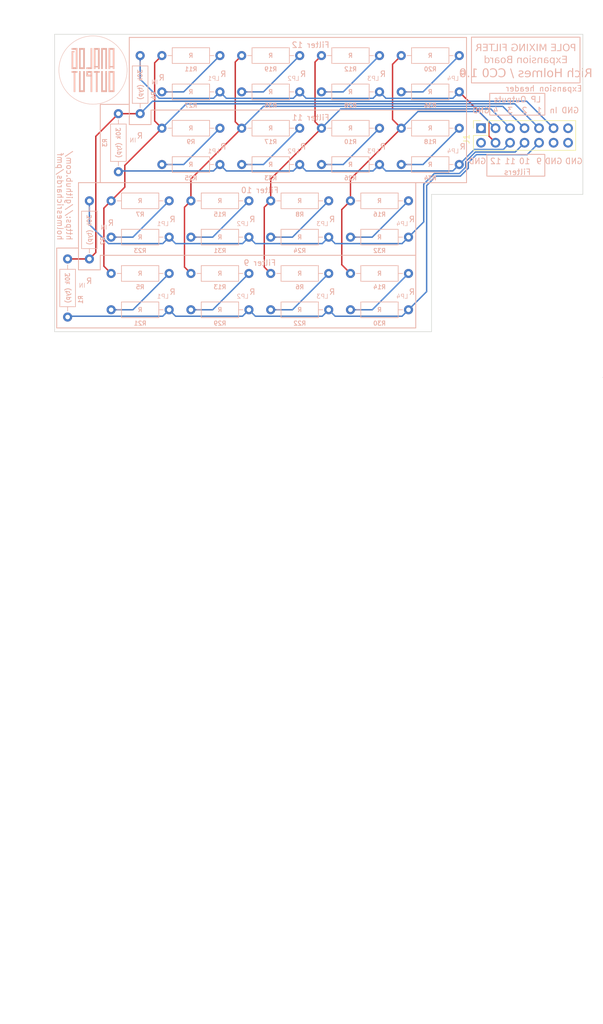
<source format=kicad_pcb>
(kicad_pcb (version 20221018) (generator pcbnew)
  (layers (0 "F.Cu" signal) (31 "B.Cu" signal) (34 "B.Paste" user) (35 "F.Paste" user) (36 "B.SilkS" user "B.Silkscreen") (37 "F.SilkS" user "F.Silkscreen") (38 "B.Mask" user) (39 "F.Mask" user) (44 "Edge.Cuts" user))
  (net 0 "")
  (net 1 "GND")
  (net 2 "LP1")
  (net 3 "LP2")
  (net 4 "LP3")
  (net 5 "LP4")
  (net 6 "INPUT")
  (net 7 "Net-(R21-Pad1)")
  (net 8 "Net-(R22-Pad1)")
  (net 9 "Net-(R23-Pad1)")
  (net 10 "Net-(R24-Pad1)")
  (net 11 "LINK1")
  (net 12 "LINK2")
  (net 13 "LINK3")
  (net 14 "LINK4")
  (net 15 "Net-(R25-Pad1)")
  (net 16 "Net-(R10-Pad2)")
  (net 17 "Net-(R11-Pad2)")
  (net 18 "Net-(R12-Pad2)")
  (net 19 "Net-(R13-Pad2)")
  (net 20 "Net-(R14-Pad2)")
  (net 21 "Net-(R15-Pad2)")
  (net 22 "Net-(R16-Pad2)")
  (net 23 "Net-(R17-Pad2)")
  (net 24 "Net-(R18-Pad2)")
  (net 25 "Net-(R19-Pad2)")
  (net 26 "Net-(R20-Pad2)")
  (footprint "Connector_PinSocket_2.54mm:PinSocket_2x07_P2.54mm_Vertical" (layer "F.Cu") (at 126.67 31.42 90)
    (fp_text reference "J1" (at -1.905 -2.54 90) (layer "F.SilkS"))
    (fp_text value "Conn_02x07_Odd_Even")
    (pad "1" thru_hole rect (at 0 0 90) (size 1.7 1.7) (drill 1) (layers "*.Cu" "*.Mask") (net 1 "GND"))
    (pad "2" thru_hole oval (at -2.54 0 90) (size 1.7 1.7) (drill 1) (layers "*.Cu" "*.Mask") (net 1 "GND"))
    (pad "3" thru_hole oval (at 0 2.54 90) (size 1.7 1.7) (drill 1) (layers "*.Cu" "*.Mask") (net 5 "LP4"))
    (pad "4" thru_hole oval (at -2.54 2.54 90) (size 1.7 1.7) (drill 1) (layers "*.Cu" "*.Mask") (net 14 "LINK4"))
    (pad "5" thru_hole oval (at 0 5.08 90) (size 1.7 1.7) (drill 1) (layers "*.Cu" "*.Mask") (net 4 "LP3"))
    (pad "6" thru_hole oval (at -2.54 5.08 90) (size 1.7 1.7) (drill 1) (layers "*.Cu" "*.Mask") (net 13 "LINK3"))
    (pad "7" thru_hole oval (at 0 7.62 90) (size 1.7 1.7) (drill 1) (layers "*.Cu" "*.Mask") (net 3 "LP2"))
    (pad "8" thru_hole oval (at -2.54 7.62 90) (size 1.7 1.7) (drill 1) (layers "*.Cu" "*.Mask") (net 12 "LINK2"))
    (pad "9" thru_hole oval (at 0 10.16 90) (size 1.7 1.7) (drill 1) (layers "*.Cu" "*.Mask") (net 2 "LP1"))
    (pad "10" thru_hole oval (at -2.54 10.16 90) (size 1.7 1.7) (drill 1) (layers "*.Cu" "*.Mask") (net 11 "LINK1"))
    (pad "11" thru_hole oval (at 0 12.7 90) (size 1.7 1.7) (drill 1) (layers "*.Cu" "*.Mask") (net 6 "INPUT"))
    (pad "12" thru_hole oval (at -2.54 12.7 90) (size 1.7 1.7) (drill 1) (layers "*.Cu" "*.Mask") (net 1 "GND"))
    (pad "13" thru_hole oval (at 0 15.24 90) (size 1.7 1.7) (drill 1) (layers "*.Cu" "*.Mask") (net 1 "GND"))
    (pad "14" thru_hole oval (at -2.54 15.24 90) (size 1.7 1.7) (drill 1) (layers "*.Cu" "*.Mask") (net 1 "GND"))
  )
  (footprint "ao_tht:MountingHole_3.2mm_M3" (layer "F.Cu") (at 140 40)
    (fp_text reference "H2" hide)
    (fp_text value "MountingHole")
    (pad "" np_thru_hole circle (at 0 0) (size 3.2 3.2) (drill 3.2) (layers "*.Cu" "*.Mask"))
  )
  (footprint "ao_tht:MountingHole_3.2mm_M3" (layer "F.Cu") (at 55 31)
    (fp_text reference "H1" hide)
    (fp_text value "MountingHole")
    (pad "" np_thru_hole circle (at 0 0) (size 3.2 3.2) (drill 3.2) (layers "*.Cu" "*.Mask"))
  )
  (footprint "ao_tht:R_Axial_DIN0207_L6.3mm_D2.5mm_P10.16mm_Horizontal" (layer "B.Cu") (at 70.79 25.07)
    (fp_text reference "R27" (at 5.08 2.37) (layer "B.SilkS") (effects (font (size 0.75 0.75)) (justify mirror)))
    (fp_text value "R")
    (fp_text user "${VALUE}" (at 5.08 0) (layer "B.SilkS") (effects (font (size 0.75 0.75)) (justify mirror)))
    (pad "1" thru_hole circle (at 0 0) (size 1.6 1.6) (drill 0.8) (layers "*.Cu" "*.Mask") (net 17 "Net-(R11-Pad2)"))
    (pad "2" thru_hole oval (at 10.16 0) (size 1.6 1.6) (drill 0.8) (layers "*.Cu" "*.Mask") (net 14 "LINK4"))
  )
  (footprint "ao_tht:R_Axial_DIN0207_L6.3mm_D2.5mm_P10.16mm_Horizontal" (layer "B.Cu") (at 89.84 50.47)
    (fp_text reference "R24" (at 5.08 2.37 180) (layer "B.SilkS") (effects (font (size 0.75 0.75)) (justify mirror)))
    (fp_text value "R")
    (fp_text user "${VALUE}" (at 5.08 0 180) (layer "B.SilkS") (effects (font (size 0.75 0.75)) (justify mirror)))
    (pad "1" thru_hole circle (at 0 0) (size 1.6 1.6) (drill 0.8) (layers "*.Cu" "*.Mask") (net 10 "Net-(R24-Pad1)"))
    (pad "2" thru_hole oval (at 10.16 0) (size 1.6 1.6) (drill 0.8) (layers "*.Cu" "*.Mask") (net 12 "LINK2"))
  )
  (footprint "ao_tht:R_Axial_DIN0207_L6.3mm_D2.5mm_P10.16mm_Horizontal" (layer "B.Cu") (at 89.84 44.12)
    (fp_text reference "R8" (at 5.08 2.37 180) (layer "B.SilkS") (effects (font (size 0.75 0.75)) (justify mirror)))
    (fp_text value "R")
    (fp_text user "${VALUE}" (at 5.08 0 180) (layer "B.SilkS") (effects (font (size 0.75 0.75)) (justify mirror)))
    (pad "1" thru_hole circle (at 0 0) (size 1.6 1.6) (drill 0.8) (layers "*.Cu" "*.Mask") (net 4 "LP3"))
    (pad "2" thru_hole oval (at 10.16 0) (size 1.6 1.6) (drill 0.8) (layers "*.Cu" "*.Mask") (net 10 "Net-(R24-Pad1)"))
  )
  (footprint "ao_tht:R_Axial_DIN0207_L6.3mm_D2.5mm_P10.16mm_Horizontal" (layer "B.Cu") (at 75.87 50.47)
    (fp_text reference "R31" (at 5.08 2.37 180) (layer "B.SilkS") (effects (font (size 0.75 0.75)) (justify mirror)))
    (fp_text value "R")
    (fp_text user "${VALUE}" (at 5.08 0 180) (layer "B.SilkS") (effects (font (size 0.75 0.75)) (justify mirror)))
    (pad "1" thru_hole circle (at 0 0) (size 1.6 1.6) (drill 0.8) (layers "*.Cu" "*.Mask") (net 21 "Net-(R15-Pad2)"))
    (pad "2" thru_hole oval (at 10.16 0) (size 1.6 1.6) (drill 0.8) (layers "*.Cu" "*.Mask") (net 12 "LINK2"))
  )
  (footprint "ao_tht:R_Axial_DIN0207_L6.3mm_D2.5mm_P10.16mm_Horizontal" (layer "B.Cu") (at 75.87 56.82)
    (fp_text reference "R13" (at 5.08 2.37 180) (layer "B.SilkS") (effects (font (size 0.75 0.75)) (justify mirror)))
    (fp_text value "R")
    (fp_text user "${VALUE}" (at 5.08 0 180) (layer "B.SilkS") (effects (font (size 0.75 0.75)) (justify mirror)))
    (pad "1" thru_hole circle (at 0 0) (size 1.6 1.6) (drill 0.8) (layers "*.Cu" "*.Mask") (net 3 "LP2"))
    (pad "2" thru_hole oval (at 10.16 0) (size 1.6 1.6) (drill 0.8) (layers "*.Cu" "*.Mask") (net 19 "Net-(R13-Pad2)"))
  )
  (footprint "ao_tht:R_Axial_DIN0207_L6.3mm_D2.5mm_P10.16mm_Horizontal" (layer "B.Cu") (at 89.84 63.17)
    (fp_text reference "R22" (at 5.08 2.37 180) (layer "B.SilkS") (effects (font (size 0.75 0.75)) (justify mirror)))
    (fp_text value "R")
    (fp_text user "${VALUE}" (at 5.08 0 180) (layer "B.SilkS") (effects (font (size 0.75 0.75)) (justify mirror)))
    (pad "1" thru_hole circle (at 0 0) (size 1.6 1.6) (drill 0.8) (layers "*.Cu" "*.Mask") (net 8 "Net-(R22-Pad1)"))
    (pad "2" thru_hole oval (at 10.16 0) (size 1.6 1.6) (drill 0.8) (layers "*.Cu" "*.Mask") (net 11 "LINK1"))
  )
  (footprint "ao_tht:R_Axial_DIN0207_L6.3mm_D2.5mm_P10.16mm_Horizontal" (layer "B.Cu") (at 63.17 28.88 -90)
    (fp_text reference "R3" (at 5.08 2.37 90) (layer "B.SilkS") (effects (font (size 0.75 0.75)) (justify mirror)))
    (fp_text value "30k (typ)")
    (fp_text user "${VALUE}" (at 5.08 0 90) (layer "B.SilkS") (effects (font (size 0.75 0.75)) (justify mirror)))
    (pad "1" thru_hole circle (at 0 0 270) (size 1.6 1.6) (drill 0.8) (layers "*.Cu" "*.Mask") (net 6 "INPUT"))
    (pad "2" thru_hole oval (at 10.16 0 270) (size 1.6 1.6) (drill 0.8) (layers "*.Cu" "*.Mask") (net 13 "LINK3"))
  )
  (footprint "ao_tht:R_Axial_DIN0207_L6.3mm_D2.5mm_P10.16mm_Horizontal" (layer "B.Cu") (at 66.98 28.88 90)
    (fp_text reference "R4" (at 3.175 2.37 90) (layer "B.SilkS") (effects (font (size 0.75 0.75)) (justify mirror)))
    (fp_text value "30k (typ)")
    (fp_text user "${VALUE}" (at 5.08 0 90) (layer "B.SilkS") (effects (font (size 0.75 0.75)) (justify mirror)))
    (pad "1" thru_hole circle (at 0 0 90) (size 1.6 1.6) (drill 0.8) (layers "*.Cu" "*.Mask") (net 6 "INPUT"))
    (pad "2" thru_hole oval (at 10.16 0 90) (size 1.6 1.6) (drill 0.8) (layers "*.Cu" "*.Mask") (net 14 "LINK4"))
  )
  (footprint "ao_tht:R_Axial_DIN0207_L6.3mm_D2.5mm_P10.16mm_Horizontal" (layer "B.Cu") (at 112.7 18.72)
    (fp_text reference "R20" (at 5.08 2.37) (layer "B.SilkS") (effects (font (size 0.75 0.75)) (justify mirror)))
    (fp_text value "R")
    (fp_text user "${VALUE}" (at 5.08 0) (layer "B.SilkS") (effects (font (size 0.75 0.75)) (justify mirror)))
    (pad "1" thru_hole circle (at 0 0) (size 1.6 1.6) (drill 0.8) (layers "*.Cu" "*.Mask") (net 5 "LP4"))
    (pad "2" thru_hole oval (at 10.16 0) (size 1.6 1.6) (drill 0.8) (layers "*.Cu" "*.Mask") (net 26 "Net-(R20-Pad2)"))
  )
  (footprint "ao_tht:R_Axial_DIN0207_L6.3mm_D2.5mm_P10.16mm_Horizontal" (layer "B.Cu") (at 75.87 63.17)
    (fp_text reference "R29" (at 5.08 2.37 180) (layer "B.SilkS") (effects (font (size 0.75 0.75)) (justify mirror)))
    (fp_text value "R")
    (fp_text user "${VALUE}" (at 5.08 0 180) (layer "B.SilkS") (effects (font (size 0.75 0.75)) (justify mirror)))
    (pad "1" thru_hole circle (at 0 0) (size 1.6 1.6) (drill 0.8) (layers "*.Cu" "*.Mask") (net 19 "Net-(R13-Pad2)"))
    (pad "2" thru_hole oval (at 10.16 0) (size 1.6 1.6) (drill 0.8) (layers "*.Cu" "*.Mask") (net 11 "LINK1"))
  )
  (footprint "ao_tht:R_Axial_DIN0207_L6.3mm_D2.5mm_P10.16mm_Horizontal" (layer "B.Cu") (at 84.76 37.77)
    (fp_text reference "R33" (at 5.08 2.37) (layer "B.SilkS") (effects (font (size 0.75 0.75)) (justify mirror)))
    (fp_text value "R")
    (fp_text user "${VALUE}" (at 5.08 0) (layer "B.SilkS") (effects (font (size 0.75 0.75)) (justify mirror)))
    (pad "1" thru_hole circle (at 0 0) (size 1.6 1.6) (drill 0.8) (layers "*.Cu" "*.Mask") (net 23 "Net-(R17-Pad2)"))
    (pad "2" thru_hole oval (at 10.16 0) (size 1.6 1.6) (drill 0.8) (layers "*.Cu" "*.Mask") (net 13 "LINK3"))
  )
  (footprint "ao_tht:R_Axial_DIN0207_L6.3mm_D2.5mm_P10.16mm_Horizontal" (layer "B.Cu") (at 84.76 18.72)
    (fp_text reference "R19" (at 5.08 2.37) (layer "B.SilkS") (effects (font (size 0.75 0.75)) (justify mirror)))
    (fp_text value "R")
    (fp_text user "${VALUE}" (at 5.08 0) (layer "B.SilkS") (effects (font (size 0.75 0.75)) (justify mirror)))
    (pad "1" thru_hole circle (at 0 0) (size 1.6 1.6) (drill 0.8) (layers "*.Cu" "*.Mask") (net 3 "LP2"))
    (pad "2" thru_hole oval (at 10.16 0) (size 1.6 1.6) (drill 0.8) (layers "*.Cu" "*.Mask") (net 25 "Net-(R19-Pad2)"))
  )
  (footprint "ao_tht:R_Axial_DIN0207_L6.3mm_D2.5mm_P10.16mm_Horizontal" (layer "B.Cu") (at 70.79 18.72)
    (fp_text reference "R11" (at 5.08 2.37) (layer "B.SilkS") (effects (font (size 0.75 0.75)) (justify mirror)))
    (fp_text value "R")
    (fp_text user "${VALUE}" (at 5.08 0) (layer "B.SilkS") (effects (font (size 0.75 0.75)) (justify mirror)))
    (pad "1" thru_hole circle (at 0 0) (size 1.6 1.6) (drill 0.8) (layers "*.Cu" "*.Mask") (net 2 "LP1"))
    (pad "2" thru_hole oval (at 10.16 0) (size 1.6 1.6) (drill 0.8) (layers "*.Cu" "*.Mask") (net 17 "Net-(R11-Pad2)"))
  )
  (footprint "ao_tht:R_Axial_DIN0207_L6.3mm_D2.5mm_P10.16mm_Horizontal" (layer "B.Cu") (at 112.7 31.42)
    (fp_text reference "R18" (at 5.08 2.37) (layer "B.SilkS") (effects (font (size 0.75 0.75)) (justify mirror)))
    (fp_text value "R")
    (fp_text user "${VALUE}" (at 5.08 0) (layer "B.SilkS") (effects (font (size 0.75 0.75)) (justify mirror)))
    (pad "1" thru_hole circle (at 0 0) (size 1.6 1.6) (drill 0.8) (layers "*.Cu" "*.Mask") (net 5 "LP4"))
    (pad "2" thru_hole oval (at 10.16 0) (size 1.6 1.6) (drill 0.8) (layers "*.Cu" "*.Mask") (net 24 "Net-(R18-Pad2)"))
  )
  (footprint "ao_tht:R_Axial_DIN0207_L6.3mm_D2.5mm_P10.16mm_Horizontal" (layer "B.Cu") (at 75.87 44.12)
    (fp_text reference "R15" (at 5.08 2.37 180) (layer "B.SilkS") (effects (font (size 0.75 0.75)) (justify mirror)))
    (fp_text value "R")
    (fp_text user "${VALUE}" (at 5.08 0 180) (layer "B.SilkS") (effects (font (size 0.75 0.75)) (justify mirror)))
    (pad "1" thru_hole circle (at 0 0) (size 1.6 1.6) (drill 0.8) (layers "*.Cu" "*.Mask") (net 3 "LP2"))
    (pad "2" thru_hole oval (at 10.16 0) (size 1.6 1.6) (drill 0.8) (layers "*.Cu" "*.Mask") (net 21 "Net-(R15-Pad2)"))
  )
  (footprint "ao_tht:R_Axial_DIN0207_L6.3mm_D2.5mm_P10.16mm_Horizontal" (layer "B.Cu") (at 98.73 31.42)
    (fp_text reference "R10" (at 5.08 2.37) (layer "B.SilkS") (effects (font (size 0.75 0.75)) (justify mirror)))
    (fp_text value "R")
    (fp_text user "${VALUE}" (at 5.08 0) (layer "B.SilkS") (effects (font (size 0.75 0.75)) (justify mirror)))
    (pad "1" thru_hole circle (at 0 0) (size 1.6 1.6) (drill 0.8) (layers "*.Cu" "*.Mask") (net 4 "LP3"))
    (pad "2" thru_hole oval (at 10.16 0) (size 1.6 1.6) (drill 0.8) (layers "*.Cu" "*.Mask") (net 16 "Net-(R10-Pad2)"))
  )
  (footprint "ao_tht:R_Axial_DIN0207_L6.3mm_D2.5mm_P10.16mm_Horizontal" (layer "B.Cu") (at 98.73 18.72)
    (fp_text reference "R12" (at 5.08 2.37) (layer "B.SilkS") (effects (font (size 0.75 0.75)) (justify mirror)))
    (fp_text value "R")
    (fp_text user "${VALUE}" (at 5.08 0) (layer "B.SilkS") (effects (font (size 0.75 0.75)) (justify mirror)))
    (pad "1" thru_hole circle (at 0 0) (size 1.6 1.6) (drill 0.8) (layers "*.Cu" "*.Mask") (net 4 "LP3"))
    (pad "2" thru_hole oval (at 10.16 0) (size 1.6 1.6) (drill 0.8) (layers "*.Cu" "*.Mask") (net 18 "Net-(R12-Pad2)"))
  )
  (footprint "ao_tht:R_Axial_DIN0207_L6.3mm_D2.5mm_P10.16mm_Horizontal" (layer "B.Cu") (at 54.28 54.28 -90)
    (fp_text reference "R1" (at 7.112 -2.286 90) (layer "B.SilkS") (effects (font (size 0.75 0.75)) (justify mirror)))
    (fp_text value "30k (typ)")
    (fp_text user "${VALUE}" (at 5.08 0 90) (layer "B.SilkS") (effects (font (size 0.75 0.75)) (justify mirror)))
    (pad "1" thru_hole circle (at 0 0 270) (size 1.6 1.6) (drill 0.8) (layers "*.Cu" "*.Mask") (net 6 "INPUT"))
    (pad "2" thru_hole oval (at 10.16 0 270) (size 1.6 1.6) (drill 0.8) (layers "*.Cu" "*.Mask") (net 11 "LINK1"))
  )
  (footprint "ao_tht:R_Axial_DIN0207_L6.3mm_D2.5mm_P10.16mm_Horizontal" (layer "B.Cu") (at 103.81 56.82)
    (fp_text reference "R14" (at 5.08 2.37 180) (layer "B.SilkS") (effects (font (size 0.75 0.75)) (justify mirror)))
    (fp_text value "R")
    (fp_text user "${VALUE}" (at 5.08 0 180) (layer "B.SilkS") (effects (font (size 0.75 0.75)) (justify mirror)))
    (pad "1" thru_hole circle (at 0 0) (size 1.6 1.6) (drill 0.8) (layers "*.Cu" "*.Mask") (net 5 "LP4"))
    (pad "2" thru_hole oval (at 10.16 0) (size 1.6 1.6) (drill 0.8) (layers "*.Cu" "*.Mask") (net 20 "Net-(R14-Pad2)"))
  )
  (footprint "ao_tht:R_Axial_DIN0207_L6.3mm_D2.5mm_P10.16mm_Horizontal" (layer "B.Cu") (at 61.9 44.12)
    (fp_text reference "R7" (at 5.08 2.37 180) (layer "B.SilkS") (effects (font (size 0.75 0.75)) (justify mirror)))
    (fp_text value "R")
    (fp_text user "${VALUE}" (at 5.08 0 180) (layer "B.SilkS") (effects (font (size 0.75 0.75)) (justify mirror)))
    (pad "1" thru_hole circle (at 0 0) (size 1.6 1.6) (drill 0.8) (layers "*.Cu" "*.Mask") (net 2 "LP1"))
    (pad "2" thru_hole oval (at 10.16 0) (size 1.6 1.6) (drill 0.8) (layers "*.Cu" "*.Mask") (net 9 "Net-(R23-Pad1)"))
  )
  (footprint "ao_tht:R_Axial_DIN0207_L6.3mm_D2.5mm_P10.16mm_Horizontal" (layer "B.Cu") (at 84.76 31.42)
    (fp_text reference "R17" (at 5.08 2.37) (layer "B.SilkS") (effects (font (size 0.75 0.75)) (justify mirror)))
    (fp_text value "R")
    (fp_text user "${VALUE}" (at 5.08 0) (layer "B.SilkS") (effects (font (size 0.75 0.75)) (justify mirror)))
    (pad "1" thru_hole circle (at 0 0) (size 1.6 1.6) (drill 0.8) (layers "*.Cu" "*.Mask") (net 3 "LP2"))
    (pad "2" thru_hole oval (at 10.16 0) (size 1.6 1.6) (drill 0.8) (layers "*.Cu" "*.Mask") (net 23 "Net-(R17-Pad2)"))
  )
  (footprint "ao_tht:R_Axial_DIN0207_L6.3mm_D2.5mm_P10.16mm_Horizontal" (layer "B.Cu") (at 103.81 63.17)
    (fp_text reference "R30" (at 5.08 2.37 180) (layer "B.SilkS") (effects (font (size 0.75 0.75)) (justify mirror)))
    (fp_text value "R")
    (fp_text user "${VALUE}" (at 5.08 0 180) (layer "B.SilkS") (effects (font (size 0.75 0.75)) (justify mirror)))
    (pad "1" thru_hole circle (at 0 0) (size 1.6 1.6) (drill 0.8) (layers "*.Cu" "*.Mask") (net 20 "Net-(R14-Pad2)"))
    (pad "2" thru_hole oval (at 10.16 0) (size 1.6 1.6) (drill 0.8) (layers "*.Cu" "*.Mask") (net 11 "LINK1"))
  )
  (footprint "ao_tht:R_Axial_DIN0207_L6.3mm_D2.5mm_P10.16mm_Horizontal" (layer "B.Cu") (at 61.9 56.82)
    (fp_text reference "R5" (at 5.08 2.37 180) (layer "B.SilkS") (effects (font (size 0.75 0.75)) (justify mirror)))
    (fp_text value "R")
    (fp_text user "${VALUE}" (at 5.08 0 180) (layer "B.SilkS") (effects (font (size 0.75 0.75)) (justify mirror)))
    (pad "1" thru_hole circle (at 0 0) (size 1.6 1.6) (drill 0.8) (layers "*.Cu" "*.Mask") (net 2 "LP1"))
    (pad "2" thru_hole oval (at 10.16 0) (size 1.6 1.6) (drill 0.8) (layers "*.Cu" "*.Mask") (net 7 "Net-(R21-Pad1)"))
  )
  (footprint "ao_tht:R_Axial_DIN0207_L6.3mm_D2.5mm_P10.16mm_Horizontal" (layer "B.Cu") (at 112.7 37.77)
    (fp_text reference "R34" (at 5.08 2.37) (layer "B.SilkS") (effects (font (size 0.75 0.75)) (justify mirror)))
    (fp_text value "R")
    (fp_text user "${VALUE}" (at 5.08 0) (layer "B.SilkS") (effects (font (size 0.75 0.75)) (justify mirror)))
    (pad "1" thru_hole circle (at 0 0) (size 1.6 1.6) (drill 0.8) (layers "*.Cu" "*.Mask") (net 24 "Net-(R18-Pad2)"))
    (pad "2" thru_hole oval (at 10.16 0) (size 1.6 1.6) (drill 0.8) (layers "*.Cu" "*.Mask") (net 13 "LINK3"))
  )
  (footprint "ao_tht:R_Axial_DIN0207_L6.3mm_D2.5mm_P10.16mm_Horizontal" (layer "B.Cu") (at 58.09 54.28 90)
    (fp_text reference "R2" (at 3.175 2.37 90) (layer "B.SilkS") (effects (font (size 0.75 0.75)) (justify mirror)))
    (fp_text value "30k (typ)")
    (fp_text user "${VALUE}" (at 5.08 0 90) (layer "B.SilkS") (effects (font (size 0.75 0.75)) (justify mirror)))
    (pad "1" thru_hole circle (at 0 0 90) (size 1.6 1.6) (drill 0.8) (layers "*.Cu" "*.Mask") (net 6 "INPUT"))
    (pad "2" thru_hole oval (at 10.16 0 90) (size 1.6 1.6) (drill 0.8) (layers "*.Cu" "*.Mask") (net 12 "LINK2"))
  )
  (footprint "ao_tht:R_Axial_DIN0207_L6.3mm_D2.5mm_P10.16mm_Horizontal" (layer "B.Cu") (at 98.73 37.77)
    (fp_text reference "R26" (at 5.08 2.37) (layer "B.SilkS") (effects (font (size 0.75 0.75)) (justify mirror)))
    (fp_text value "R")
    (fp_text user "${VALUE}" (at 5.08 0) (layer "B.SilkS") (effects (font (size 0.75 0.75)) (justify mirror)))
    (pad "1" thru_hole circle (at 0 0) (size 1.6 1.6) (drill 0.8) (layers "*.Cu" "*.Mask") (net 16 "Net-(R10-Pad2)"))
    (pad "2" thru_hole oval (at 10.16 0) (size 1.6 1.6) (drill 0.8) (layers "*.Cu" "*.Mask") (net 13 "LINK3"))
  )
  (footprint "ao_tht:R_Axial_DIN0207_L6.3mm_D2.5mm_P10.16mm_Horizontal" (layer "B.Cu") (at 70.79 31.42)
    (fp_text reference "R9" (at 5.08 2.37) (layer "B.SilkS") (effects (font (size 0.75 0.75)) (justify mirror)))
    (fp_text value "R")
    (fp_text user "${VALUE}" (at 5.08 0) (layer "B.SilkS") (effects (font (size 0.75 0.75)) (justify mirror)))
    (pad "1" thru_hole circle (at 0 0) (size 1.6 1.6) (drill 0.8) (layers "*.Cu" "*.Mask") (net 2 "LP1"))
    (pad "2" thru_hole oval (at 10.16 0) (size 1.6 1.6) (drill 0.8) (layers "*.Cu" "*.Mask") (net 15 "Net-(R25-Pad1)"))
  )
  (footprint "ao_tht:R_Axial_DIN0207_L6.3mm_D2.5mm_P10.16mm_Horizontal" (layer "B.Cu") (at 89.84 56.82)
    (fp_text reference "R6" (at 5.08 2.37 180) (layer "B.SilkS") (effects (font (size 0.75 0.75)) (justify mirror)))
    (fp_text value "R")
    (fp_text user "${VALUE}" (at 5.08 0 180) (layer "B.SilkS") (effects (font (size 0.75 0.75)) (justify mirror)))
    (pad "1" thru_hole circle (at 0 0) (size 1.6 1.6) (drill 0.8) (layers "*.Cu" "*.Mask") (net 4 "LP3"))
    (pad "2" thru_hole oval (at 10.16 0) (size 1.6 1.6) (drill 0.8) (layers "*.Cu" "*.Mask") (net 8 "Net-(R22-Pad1)"))
  )
  (footprint "ao_tht:R_Axial_DIN0207_L6.3mm_D2.5mm_P10.16mm_Horizontal" (layer "B.Cu") (at 70.79 37.77)
    (fp_text reference "R25" (at 5.08 2.37) (layer "B.SilkS") (effects (font (size 0.75 0.75)) (justify mirror)))
    (fp_text value "R")
    (fp_text user "${VALUE}" (at 5.08 0) (layer "B.SilkS") (effects (font (size 0.75 0.75)) (justify mirror)))
    (pad "1" thru_hole circle (at 0 0) (size 1.6 1.6) (drill 0.8) (layers "*.Cu" "*.Mask") (net 15 "Net-(R25-Pad1)"))
    (pad "2" thru_hole oval (at 10.16 0) (size 1.6 1.6) (drill 0.8) (layers "*.Cu" "*.Mask") (net 13 "LINK3"))
  )
  (footprint "ao_tht:R_Axial_DIN0207_L6.3mm_D2.5mm_P10.16mm_Horizontal" (layer "B.Cu") (at 61.9 63.17)
    (fp_text reference "R21" (at 5.08 2.37 180) (layer "B.SilkS") (effects (font (size 0.75 0.75)) (justify mirror)))
    (fp_text value "R")
    (fp_text user "${VALUE}" (at 5.08 0 180) (layer "B.SilkS") (effects (font (size 0.75 0.75)) (justify mirror)))
    (pad "1" thru_hole circle (at 0 0) (size 1.6 1.6) (drill 0.8) (layers "*.Cu" "*.Mask") (net 7 "Net-(R21-Pad1)"))
    (pad "2" thru_hole oval (at 10.16 0) (size 1.6 1.6) (drill 0.8) (layers "*.Cu" "*.Mask") (net 11 "LINK1"))
  )
  (footprint "ao_tht:R_Axial_DIN0207_L6.3mm_D2.5mm_P10.16mm_Horizontal" (layer "B.Cu") (at 98.73 25.07)
    (fp_text reference "R28" (at 5.08 2.37) (layer "B.SilkS") (effects (font (size 0.75 0.75)) (justify mirror)))
    (fp_text value "R")
    (fp_text user "${VALUE}" (at 5.08 0) (layer "B.SilkS") (effects (font (size 0.75 0.75)) (justify mirror)))
    (pad "1" thru_hole circle (at 0 0) (size 1.6 1.6) (drill 0.8) (layers "*.Cu" "*.Mask") (net 18 "Net-(R12-Pad2)"))
    (pad "2" thru_hole oval (at 10.16 0) (size 1.6 1.6) (drill 0.8) (layers "*.Cu" "*.Mask") (net 14 "LINK4"))
  )
  (footprint "ao_tht:analogoutput_12mm" (layer "B.Cu") (at 58.725 21.25 180)
    (fp_text reference "GRAF1" hide)
    (fp_text value "AO_logo" hide)
  )
  (footprint "ao_tht:R_Axial_DIN0207_L6.3mm_D2.5mm_P10.16mm_Horizontal" (layer "B.Cu") (at 61.9 50.47)
    (fp_text reference "R23" (at 5.08 2.37 180) (layer "B.SilkS") (effects (font (size 0.75 0.75)) (justify mirror)))
    (fp_text value "R")
    (fp_text user "${VALUE}" (at 5.08 0 180) (layer "B.SilkS") (effects (font (size 0.75 0.75)) (justify mirror)))
    (pad "1" thru_hole circle (at 0 0) (size 1.6 1.6) (drill 0.8) (layers "*.Cu" "*.Mask") (net 9 "Net-(R23-Pad1)"))
    (pad "2" thru_hole oval (at 10.16 0) (size 1.6 1.6) (drill 0.8) (layers "*.Cu" "*.Mask") (net 12 "LINK2"))
  )
  (footprint "ao_tht:R_Axial_DIN0207_L6.3mm_D2.5mm_P10.16mm_Horizontal" (layer "B.Cu") (at 103.81 44.12)
    (fp_text reference "R16" (at 5.08 2.37 180) (layer "B.SilkS") (effects (font (size 0.75 0.75)) (justify mirror)))
    (fp_text value "R")
    (fp_text user "${VALUE}" (at 5.08 0 180) (layer "B.SilkS") (effects (font (size 0.75 0.75)) (justify mirror)))
    (pad "1" thru_hole circle (at 0 0) (size 1.6 1.6) (drill 0.8) (layers "*.Cu" "*.Mask") (net 5 "LP4"))
    (pad "2" thru_hole oval (at 10.16 0) (size 1.6 1.6) (drill 0.8) (layers "*.Cu" "*.Mask") (net 22 "Net-(R16-Pad2)"))
  )
  (footprint "ao_tht:R_Axial_DIN0207_L6.3mm_D2.5mm_P10.16mm_Horizontal" (layer "B.Cu") (at 112.7 25.07)
    (fp_text reference "R36" (at 5.08 2.37) (layer "B.SilkS") (effects (font (size 0.75 0.75)) (justify mirror)))
    (fp_text value "R")
    (fp_text user "${VALUE}" (at 5.08 0) (layer "B.SilkS") (effects (font (size 0.75 0.75)) (justify mirror)))
    (pad "1" thru_hole circle (at 0 0) (size 1.6 1.6) (drill 0.8) (layers "*.Cu" "*.Mask") (net 26 "Net-(R20-Pad2)"))
    (pad "2" thru_hole oval (at 10.16 0) (size 1.6 1.6) (drill 0.8) (layers "*.Cu" "*.Mask") (net 14 "LINK4"))
  )
  (footprint "ao_tht:R_Axial_DIN0207_L6.3mm_D2.5mm_P10.16mm_Horizontal" (layer "B.Cu") (at 103.81 50.47)
    (fp_text reference "R32" (at 5.08 2.37 180) (layer "B.SilkS") (effects (font (size 0.75 0.75)) (justify mirror)))
    (fp_text value "R")
    (fp_text user "${VALUE}" (at 5.08 0 180) (layer "B.SilkS") (effects (font (size 0.75 0.75)) (justify mirror)))
    (pad "1" thru_hole circle (at 0 0) (size 1.6 1.6) (drill 0.8) (layers "*.Cu" "*.Mask") (net 22 "Net-(R16-Pad2)"))
    (pad "2" thru_hole oval (at 10.16 0) (size 1.6 1.6) (drill 0.8) (layers "*.Cu" "*.Mask") (net 12 "LINK2"))
  )
  (footprint "ao_tht:R_Axial_DIN0207_L6.3mm_D2.5mm_P10.16mm_Horizontal" (layer "B.Cu") (at 84.76 25.07)
    (fp_text reference "R35" (at 5.08 2.37) (layer "B.SilkS") (effects (font (size 0.75 0.75)) (justify mirror)))
    (fp_text value "R")
    (fp_text user "${VALUE}" (at 5.08 0) (layer "B.SilkS") (effects (font (size 0.75 0.75)) (justify mirror)))
    (pad "1" thru_hole circle (at 0 0) (size 1.6 1.6) (drill 0.8) (layers "*.Cu" "*.Mask") (net 25 "Net-(R19-Pad2)"))
    (pad "2" thru_hole oval (at 10.16 0) (size 1.6 1.6) (drill 0.8) (layers "*.Cu" "*.Mask") (net 14 "LINK4"))
  )
  (gr_line (start 65.0375 27.25) (end 59.995 27.25) (stroke (width 0.15)) (layer "B.SilkS"))
  (gr_line (start 124.13 15.545) (end 65.075 15.545) (stroke (width 0.15)) (layer "B.SilkS"))
  (gr_line (start 56.185 52.375) (end 52.375 52.375) (stroke (width 0.15)) (layer "B.SilkS"))
  (gr_line (start 59.995 53.645) (end 59.995 56.185) (stroke (width 0.15)) (layer "B.SilkS"))
  (gr_line (start 68.885 28.245) (end 68.885 30.785) (stroke (width 0.15)) (layer "B.SilkS"))
  (gr_line (start 56.185 56.185) (end 56.185 52.375) (stroke (width 0.15)) (layer "B.SilkS"))
  (gr_line (start 59.995 56.185) (end 56.185 56.185) (stroke (width 0.15)) (layer "B.SilkS"))
  (gr_rect (start 128.194 25.324) (end 137.846 29.134) (stroke (width 0.15)) (fill none) (layer "B.SilkS"))
  (gr_line (start 65.075 30.785) (end 65.075 26.975) (stroke (width 0.15)) (layer "B.SilkS"))
  (gr_line (start 59.995 27.25) (end 59.995 40.945) (stroke (width 0.15)) (layer "B.SilkS"))
  (gr_line (start 115.24 53.645) (end 59.995 53.645) (stroke (width 0.15)) (layer "B.SilkS"))
  (gr_rect (start 125 15.5) (end 144 23.5) (stroke (width 0.15)) (fill none) (layer "B.SilkS"))
  (gr_line (start 116.51 40.945) (end 56.185 40.945) (stroke (width 0.15)) (layer "B.SilkS"))
  (gr_line (start 65.075 15.545) (end 65.075 26.975) (stroke (width 0.15)) (layer "B.SilkS"))
  (gr_line (start 59.995 40.945) (end 124.13 40.945) (stroke (width 0.15)) (layer "B.SilkS"))
  (gr_line (start 52.375 52.375) (end 52.375 66.345) (stroke (width 0.15)) (layer "B.SilkS"))
  (gr_line (start 56.185 40.945) (end 56.185 52.375) (stroke (width 0.15)) (layer "B.SilkS"))
  (gr_line (start 115.24 66.345) (end 115.24 40.945) (stroke (width 0.15)) (layer "B.SilkS"))
  (gr_line (start 124.13 40.945) (end 124.13 15.545) (stroke (width 0.15)) (layer "B.SilkS"))
  (gr_rect (start 127.694 35.992) (end 137.838 39.802) (stroke (width 0.15)) (fill none) (layer "B.SilkS"))
  (gr_line (start 124.13 28.245) (end 68.885 28.245) (stroke (width 0.15)) (layer "B.SilkS"))
  (gr_line (start 52.375 66.345) (end 115.24 66.345) (stroke (width 0.15)) (layer "B.SilkS"))
  (gr_line (start 68.885 30.785) (end 65.075 30.785) (stroke (width 0.15)) (layer "B.SilkS"))
  (gr_line (start 118 43) (end 118 67) (stroke (width 0.1)) (layer "Edge.Cuts"))
  (gr_line (start 144.5 15) (end 144.5 43) (stroke (width 0.1)) (layer "Edge.Cuts"))
  (gr_line (start 148 75) (end 148 75) (stroke (width 0.1)) (layer "Edge.Cuts"))
  (gr_line (start 52 67) (end 52 15) (stroke (width 0.1)) (layer "Edge.Cuts"))
  (gr_line (start 148 75) (end 148 75) (stroke (width 0.1)) (layer "Edge.Cuts"))
  (gr_line (start 52 15) (end 144.5 15) (stroke (width 0.1)) (layer "Edge.Cuts"))
  (gr_line (start 144.5 43) (end 118 43) (stroke (width 0.1)) (layer "Edge.Cuts"))
  (gr_line (start 118 67) (end 52 67) (stroke (width 0.1)) (layer "Edge.Cuts"))
  (gr_text "GND" (at 142.291 28.88) (layer "B.SilkS") (effects (font (size 1 1)) (justify bottom mirror)))
  (gr_text "LP4" (at 122.86 35.865) (layer "B.SilkS") (effects (font (size 0.75 0.75) (thickness 0.1)) (justify left bottom mirror)))
  (gr_text "LP4" (at 122.86 23.165) (layer "B.SilkS") (effects (font (size 0.75 0.75) (thickness 0.1)) (justify left bottom mirror)))
  (gr_text "R" (at 100 47.93) (layer "B.SilkS") (effects (font (size 1 1)) (justify right bottom mirror)))
  (gr_text "9" (at 136.83 37.77) (layer "B.SilkS") (effects (font (size 1 1)) (justify bottom mirror)))
  (gr_text "1" (at 136.83 28.88) (layer "B.SilkS") (effects (font (size 1 1)) (justify bottom mirror)))
  (gr_text "R" (at 66.345 33.325) (layer "B.SilkS") (effects (font (size 1 1)) (justify right bottom mirror)))
  (gr_text "LP1" (at 80.95 23.165) (layer "B.SilkS") (effects (font (size 0.75 0.75) (thickness 0.1)) (justify left bottom mirror)))
  (gr_text "R" (at 86.03 60.63) (layer "B.SilkS") (effects (font (size 1 1)) (justify right bottom mirror)))
  (gr_text "GND" (at 126.67 28.88) (layer "B.SilkS") (effects (font (size 1 1)) (justify bottom mirror)))
  (gr_text "LP2" (at 94.92 23.165) (layer "B.SilkS") (effects (font (size 0.75 0.75) (thickness 0.1)) (justify left bottom mirror)))
  (gr_text "Filter 12" (at 96.825 17.45) (layer "B.SilkS") (effects (font (size 1 1)) (justify bottom mirror)))
  (gr_text "R" (at 72.06 47.93) (layer "B.SilkS") (effects (font (size 1 1)) (justify right bottom mirror)))
  (gr_text "R" (at 80.95 22.53) (layer "B.SilkS") (effects (font (size 1 1)) (justify right bottom mirror)))
  (gr_text "R" (at 122.86 35.23) (layer "B.SilkS") (effects (font (size 1 1)) (justify right bottom mirror)))
  (gr_text "IN" (at 61.265 49.2) (layer "B.SilkS") (effects (font (size 0.75 0.75) (thickness 0.1)) (justify left bottom mirror)))
  (gr_text "LP2" (at 86.03 61.265) (layer "B.SilkS") (effects (font (size 0.75 0.75) (thickness 0.1)) (justify left bottom mirror)))
  (gr_text "IN" (at 57.455 59.36) (layer "B.SilkS") (effects (font (size 0.75 0.75) (thickness 0.1)) (justify left bottom mirror)))
  (gr_text "LP3" (at 108.89 23.165) (layer "B.SilkS") (effects (font (size 0.75 0.75) (thickness 0.1)) (justify left bottom mirror)))
  (gr_text "Rich Holmes / CC0 1.0" (at 134.5 22.75) (layer "B.SilkS") (effects (font (size 1.5 1.5)) (justify bottom mirror)))
  (gr_text "IN" (at 66.345 33.96) (layer "B.SilkS") (effects (font (size 0.75 0.75) (thickness 0.1)) (justify left bottom mirror)))
  (gr_text "GND" (at 126.035 37.77) (layer "B.SilkS") (effects (font (size 1 1)) (justify bottom mirror)))
  (gr_text "LP2" (at 86.03 48.565) (layer "B.SilkS") (effects (font (size 0.75 0.75) (thickness 0.1)) (justify left bottom mirror)))
  (gr_text "R" (at 100 60.63) (layer "B.SilkS") (effects (font (size 1 1)) (justify right bottom mirror)))
  (gr_text "LP3" (at 108.89 35.865) (layer "B.SilkS") (effects (font (size 0.75 0.75) (thickness 0.1)) (justify left bottom mirror)))
  (gr_text "LP3" (at 100 48.565) (layer "B.SilkS") (effects (font (size 0.75 0.75) (thickness 0.1)) (justify left bottom mirror)))
  (gr_text "Filter 9" (at 87.935 55.55) (layer "B.SilkS") (effects (font (size 1 1)) (justify bottom mirror)))
  (gr_text "2" (at 134.29 28.88) (layer "B.SilkS") (effects (font (size 1 1)) (justify bottom mirror)))
  (gr_text "LP1" (at 72.06 61.265) (layer "B.SilkS") (effects (font (size 0.75 0.75) (thickness 0.1)) (justify left bottom mirror)))
  (gr_text "Filters" (at 133.02 39.675) (layer "B.SilkS") (effects (font (size 1 1)) (justify bottom mirror)))
  (gr_text "LP1" (at 72.06 48.565) (layer "B.SilkS") (effects (font (size 0.75 0.75) (thickness 0.1)) (justify left bottom mirror)))
  (gr_text "GND" (at 142.926 37.77) (layer "B.SilkS") (effects (font (size 1 1)) (justify bottom mirror)))
  (gr_text "10" (at 134.29 37.77) (layer "B.SilkS") (effects (font (size 1 1)) (justify bottom mirror)))
  (gr_text "POLE MIXING FILTER\nExpansion Board" (at 134.5 20.25) (layer "B.SilkS") (effects (font (size 1.25 1.25)) (justify bottom mirror)))
  (gr_text "LP2" (at 94.92 35.865) (layer "B.SilkS") (effects (font (size 0.75 0.75) (thickness 0.1)) (justify left bottom mirror)))
  (gr_text "GND" (at 139.37 37.77) (layer "B.SilkS") (effects (font (size 1 1)) (justify bottom mirror)))
  (gr_text "11" (at 131.75 37.77) (layer "B.SilkS") (effects (font (size 1 1)) (justify bottom mirror)))
  (gr_text "LP Outputs" (at 133.02 26.975) (layer "B.SilkS") (effects (font (size 1 1)) (justify bottom mirror)))
  (gr_text "R" (at 113.97 47.93) (layer "B.SilkS") (effects (font (size 1 1)) (justify right bottom mirror)))
  (gr_text "https://github.com/\nholmesrichards/pmf" (at 52.375 51.105 -90) (layer "B.SilkS") (effects (font (size 1 1)) (justify left bottom mirror)))
  (gr_text "R" (at 57.455 58.725) (layer "B.SilkS") (effects (font (size 1 1)) (justify right bottom mirror)))
  (gr_text "R" (at 108.89 35.23) (layer "B.SilkS") (effects (font (size 1 1)) (justify right bottom mirror)))
  (gr_text "R" (at 61.265 48.565) (layer "B.SilkS") (effects (font (size 1 1)) (justify right bottom mirror)))
  (gr_text "LP4" (at 113.97 48.565) (layer "B.SilkS") (effects (font (size 0.75 0.75) (thickness 0.1)) (justify left bottom mirror)))
  (gr_text "LP1" (at 80.95 35.865) (layer "B.SilkS") (effects (font (size 0.75 0.75) (thickness 0.1)) (justify left bottom mirror)))
  (gr_text "R" (at 80.95 35.23) (layer "B.SilkS") (effects (font (size 1 1)) (justify right bottom mirror)))
  (gr_text "R" (at 113.97 60.63) (layer "B.SilkS") (effects (font (size 1 1)) (justify right bottom mirror)))
  (gr_text "LP3" (at 100 61.265) (layer "B.SilkS") (effects (font (size 0.75 0.75) (thickness 0.1)) (justify left bottom mirror)))
  (gr_text "In" (at 139.37 28.88) (layer "B.SilkS") (effects (font (size 1 1)) (justify bottom mirror)))
  (gr_text "R" (at 72.06 60.63) (layer "B.SilkS") (effects (font (size 1 1)) (justify right bottom mirror)))
  (gr_text "R" (at 122.86 22.53) (layer "B.SilkS") (effects (font (size 1 1)) (justify right bottom mirror)))
  (gr_text "R" (at 108.89 22.53) (layer "B.SilkS") (effects (font (size 1 1)) (justify right bottom mirror)))
  (gr_text "R" (at 94.92 22.53) (layer "B.SilkS") (effects (font (size 1 1)) (justify right bottom mirror)))
  (gr_text "LP4" (at 113.97 61.265) (layer "B.SilkS") (effects (font (size 0.75 0.75) (thickness 0.1)) (justify left bottom mirror)))
  (gr_text "12" (at 129.21 37.77) (layer "B.SilkS") (effects (font (size 1 1)) (justify bottom mirror)))
  (gr_text "IN" (at 70.155 23.8) (layer "B.SilkS") (effects (font (size 0.75 0.75) (thickness 0.1)) (justify left bottom mirror)))
  (gr_text "Filter 10" (at 87.935 42.85) (layer "B.SilkS") (effects (font (size 1 1)) (justify bottom mirror)))
  (gr_text "R" (at 70.155 23.165) (layer "B.SilkS") (effects (font (size 1 1)) (justify right bottom mirror)))
  (gr_text "Filter 11" (at 96.825 30.15) (layer "B.SilkS") (effects (font (size 1 1)) (justify bottom mirror)))
  (gr_text "R" (at 94.92 35.23) (layer "B.SilkS") (effects (font (size 1 1)) (justify right bottom mirror)))
  (gr_text "4" (at 129.21 28.88) (layer "B.SilkS") (effects (font (size 1 1)) (justify bottom mirror)))
  (gr_text "3" (at 131.75 28.88) (layer "B.SilkS") (effects (font (size 1 1)) (justify bottom mirror)))
  (gr_text "R" (at 86.03 47.93) (layer "B.SilkS") (effects (font (size 1 1)) (justify right bottom mirror)))
  (gr_text "Expansion header" (at 144.45 25.07) (layer "B.SilkS") (effects (font (size 1 1)) (justify left bottom mirror)))
  (segment (start 70.79 18.72) (end 69.52 19.99) (width 0.25) (layer "F.Cu") (net 2))
  (segment (start 61.9 44.12) (end 60.63 45.39) (width 0.25) (layer "F.Cu") (net 2))
  (segment (start 69.52 30.15) (end 70.79 31.42) (width 0.25) (layer "F.Cu") (net 2))
  (segment (start 60.63 55.55) (end 61.9 56.82) (width 0.25) (layer "F.Cu") (net 2))
  (segment (start 69.52 19.99) (end 69.52 30.15) (width 0.25) (layer "F.Cu") (net 2))
  (segment (start 64.295 37.915) (end 64.295 41.725) (width 0.25) (layer "F.Cu") (net 2))
  (segment (start 64.295 41.725) (end 61.9 44.12) (width 0.25) (layer "F.Cu") (net 2))
  (segment (start 70.79 31.42) (end 64.295 37.915) (width 0.25) (layer "F.Cu") (net 2))
  (segment (start 60.63 45.39) (end 60.63 55.55) (width 0.25) (layer "F.Cu") (net 2))
  (segment (start 136.83 31.42) (end 132.560497 27.150497) (width 0.25) (layer "B.Cu") (net 2))
  (segment (start 75.059503 27.150497) (end 70.79 31.42) (width 0.25) (layer "B.Cu") (net 2))
  (segment (start 132.560497 27.150497) (end 75.059503 27.150497) (width 0.25) (layer "B.Cu") (net 2))
  (segment (start 74.745 55.695) (end 75.87 56.82) (width 0.25) (layer "F.Cu") (net 3))
  (segment (start 75.87 40.31) (end 75.87 44.12) (width 0.25) (layer "F.Cu") (net 3))
  (segment (start 84.76 31.42) (end 75.87 40.31) (width 0.25) (layer "F.Cu") (net 3))
  (segment (start 74.745 45.245) (end 74.745 55.695) (width 0.25) (layer "F.Cu") (net 3))
  (segment (start 75.87 44.12) (end 74.745 45.245) (width 0.25) (layer "F.Cu") (net 3))
  (segment (start 83.635 19.845) (end 83.635 30.295) (width 0.25) (layer "F.Cu") (net 3))
  (segment (start 83.635 30.295) (end 84.76 31.42) (width 0.25) (layer "F.Cu") (net 3))
  (segment (start 84.76 18.72) (end 83.635 19.845) (width 0.25) (layer "F.Cu") (net 3))
  (segment (start 134.29 31.42) (end 130.469998 27.599998) (width 0.25) (layer "B.Cu") (net 3))
  (segment (start 88.580002 27.599998) (end 84.76 31.42) (width 0.25) (layer "B.Cu") (net 3))
  (segment (start 130.469998 27.599998) (end 88.580002 27.599998) (width 0.25) (layer "B.Cu") (net 3))
  (segment (start 97.605 30.295) (end 98.73 31.42) (width 0.25) (layer "F.Cu") (net 4))
  (segment (start 89.84 44.12) (end 88.715 45.245) (width 0.25) (layer "F.Cu") (net 4))
  (segment (start 88.715 45.245) (end 88.715 55.695) (width 0.25) (layer "F.Cu") (net 4))
  (segment (start 98.73 31.42) (end 89.84 40.31) (width 0.25) (layer "F.Cu") (net 4))
  (segment (start 98.73 18.72) (end 97.605 19.845) (width 0.25) (layer "F.Cu") (net 4))
  (segment (start 97.605 19.845) (end 97.605 30.295) (width 0.25) (layer "F.Cu") (net 4))
  (segment (start 89.84 40.31) (end 89.84 44.12) (width 0.25) (layer "F.Cu") (net 4))
  (segment (start 88.715 55.695) (end 89.84 56.82) (width 0.25) (layer "F.Cu") (net 4))
  (segment (start 131.75 31.42) (end 128.379499 28.049499) (width 0.25) (layer "B.Cu") (net 4))
  (segment (start 128.379499 28.049499) (end 102.100501 28.049499) (width 0.25) (layer "B.Cu") (net 4))
  (segment (start 102.100501 28.049499) (end 98.73 31.42) (width 0.25) (layer "B.Cu") (net 4))
  (segment (start 103.81 44.12) (end 102.286 45.644) (width 0.25) (layer "F.Cu") (net 5))
  (segment (start 112.7 18.72) (end 111.176 20.244) (width 0.25) (layer "F.Cu") (net 5))
  (segment (start 102.286 55.296) (end 103.81 56.82) (width 0.25) (layer "F.Cu") (net 5))
  (segment (start 111.176 29.896) (end 112.7 31.42) (width 0.25) (layer "F.Cu") (net 5))
  (segment (start 112.7 31.42) (end 103.81 40.31) (width 0.25) (layer "F.Cu") (net 5))
  (segment (start 111.176 20.244) (end 111.176 29.896) (width 0.25) (layer "F.Cu") (net 5))
  (segment (start 103.81 40.31) (end 103.81 44.12) (width 0.25) (layer "F.Cu") (net 5))
  (segment (start 102.286 45.644) (end 102.286 55.296) (width 0.25) (layer "F.Cu") (net 5))
  (segment (start 126.289 28.499) (end 115.621 28.499) (width 0.25) (layer "B.Cu") (net 5))
  (segment (start 115.621 28.499) (end 112.7 31.42) (width 0.25) (layer "B.Cu") (net 5))
  (segment (start 129.21 31.42) (end 126.289 28.499) (width 0.25) (layer "B.Cu") (net 5))
  (segment (start 58.09 54.28) (end 54.28 54.28) (width 0.25) (layer "F.Cu") (net 6))
  (segment (start 59.215 32.835) (end 59.215 53.155) (width 0.25) (layer "F.Cu") (net 6))
  (segment (start 59.215 53.155) (end 58.09 54.28) (width 0.25) (layer "F.Cu") (net 6))
  (segment (start 66.98 28.88) (end 63.17 28.88) (width 0.25) (layer "F.Cu") (net 6))
  (segment (start 63.17 28.88) (end 59.215 32.835) (width 0.25) (layer "F.Cu") (net 6))
  (segment (start 139.37 31.42) (end 134.650996 26.700996) (width 0.25) (layer "B.Cu") (net 6))
  (segment (start 69.159004 26.700996) (end 66.98 28.88) (width 0.25) (layer "B.Cu") (net 6))
  (segment (start 134.650996 26.700996) (end 69.159004 26.700996) (width 0.25) (layer "B.Cu") (net 6))
  (segment (start 65.71 63.17) (end 72.06 56.82) (width 0.25) (layer "B.Cu") (net 7))
  (segment (start 61.9 63.17) (end 65.71 63.17) (width 0.25) (layer "B.Cu") (net 7))
  (segment (start 93.65 63.17) (end 100 56.82) (width 0.25) (layer "B.Cu") (net 8))
  (segment (start 89.84 63.17) (end 93.65 63.17) (width 0.25) (layer "B.Cu") (net 8))
  (segment (start 65.71 50.47) (end 72.06 44.12) (width 0.25) (layer "B.Cu") (net 9))
  (segment (start 61.9 50.47) (end 65.71 50.47) (width 0.25) (layer "B.Cu") (net 9))
  (segment (start 93.65 50.47) (end 100 44.12) (width 0.25) (layer "B.Cu") (net 10))
  (segment (start 89.84 50.47) (end 93.65 50.47) (width 0.25) (layer "B.Cu") (net 10))
  (segment (start 134.755499 36.034501) (end 136.83 33.96) (width 0.25) (layer "B.Cu") (net 11))
  (segment (start 100 63.17) (end 101.125 64.295) (width 0.25) (layer "B.Cu") (net 11))
  (segment (start 86.03 63.17) (end 87.155 64.295) (width 0.25) (layer "B.Cu") (net 11))
  (segment (start 70.935 64.295) (end 72.06 63.17) (width 0.25) (layer "B.Cu") (net 11))
  (segment (start 87.155 64.295) (end 98.875 64.295) (width 0.25) (layer "B.Cu") (net 11))
  (segment (start 118.803 39.795) (end 123.062387 39.795) (width 0.25) (layer "B.Cu") (net 11))
  (segment (start 113.97 63.17) (end 117.145 59.995) (width 0.25) (layer "B.Cu") (net 11))
  (segment (start 54.28 64.44) (end 54.425 64.295) (width 0.25) (layer "B.Cu") (net 11))
  (segment (start 112.845 64.295) (end 113.97 63.17) (width 0.25) (layer "B.Cu") (net 11))
  (segment (start 84.905 64.295) (end 86.03 63.17) (width 0.25) (layer "B.Cu") (net 11))
  (segment (start 54.425 64.295) (end 70.935 64.295) (width 0.25) (layer "B.Cu") (net 11))
  (segment (start 101.125 64.295) (end 112.845 64.295) (width 0.25) (layer "B.Cu") (net 11))
  (segment (start 117.145 41.453) (end 118.803 39.795) (width 0.25) (layer "B.Cu") (net 11))
  (segment (start 125.868291 36.034501) (end 134.755499 36.034501) (width 0.25) (layer "B.Cu") (net 11))
  (segment (start 73.185 64.295) (end 84.905 64.295) (width 0.25) (layer "B.Cu") (net 11))
  (segment (start 98.875 64.295) (end 100 63.17) (width 0.25) (layer "B.Cu") (net 11))
  (segment (start 124.435 37.467791) (end 125.868291 36.034501) (width 0.25) (layer "B.Cu") (net 11))
  (segment (start 123.062387 39.795) (end 124.435 38.422387) (width 0.25) (layer "B.Cu") (net 11))
  (segment (start 117.145 59.995) (end 117.145 41.453) (width 0.25) (layer "B.Cu") (net 11))
  (segment (start 124.435 38.422387) (end 124.435 37.467791) (width 0.25) (layer "B.Cu") (net 11))
  (segment (start 72.06 63.17) (end 73.185 64.295) (width 0.25) (layer "B.Cu") (net 11))
  (segment (start 84.905 51.595) (end 86.03 50.47) (width 0.25) (layer "B.Cu") (net 12))
  (segment (start 123.985 37.304009) (end 123.973693 37.292702) (width 0.25) (layer "B.Cu") (net 12))
  (segment (start 123.985 38.235991) (end 123.985 37.304009) (width 0.25) (layer "B.Cu") (net 12))
  (segment (start 125.681895 35.584501) (end 132.665499 35.584501) (width 0.25) (layer "B.Cu") (net 12))
  (segment (start 123.973693 37.292702) (end 125.681895 35.584501) (width 0.25) (layer "B.Cu") (net 12))
  (segment (start 61.434009 51.595) (end 70.935 51.595) (width 0.25) (layer "B.Cu") (net 12))
  (segment (start 112.845 51.595) (end 113.97 50.47) (width 0.25) (layer "B.Cu") (net 12))
  (segment (start 122.875991 39.345) (end 123.985 38.235991) (width 0.25) (layer "B.Cu") (net 12))
  (segment (start 58.09 48.250991) (end 61.434009 51.595) (width 0.25) (layer "B.Cu") (net 12))
  (segment (start 116.637 41.19831) (end 118.49031 39.345) (width 0.25) (layer "B.Cu") (net 12))
  (segment (start 116.637 47.803) (end 116.637 41.19831) (width 0.25) (layer "B.Cu") (net 12))
  (segment (start 98.875 51.595) (end 100 50.47) (width 0.25) (layer "B.Cu") (net 12))
  (segment (start 119.76031 39.345) (end 122.875991 39.345) (width 0.25) (layer "B.Cu") (net 12))
  (segment (start 118.49031 39.345) (end 120.32 39.345) (width 0.25) (layer "B.Cu") (net 12))
  (segment (start 86.03 50.47) (end 87.155 51.595) (width 0.25) (layer "B.Cu") (net 12))
  (segment (start 101.125 51.595) (end 112.845 51.595) (width 0.25) (layer "B.Cu") (net 12))
  (segment (start 70.935 51.595) (end 72.06 50.47) (width 0.25) (layer "B.Cu") (net 12))
  (segment (start 58.09 44.12) (end 58.09 48.250991) (width 0.25) (layer "B.Cu") (net 12))
  (segment (start 73.185 51.595) (end 84.905 51.595) (width 0.25) (layer "B.Cu") (net 12))
  (segment (start 72.06 50.47) (end 73.185 51.595) (width 0.25) (layer "B.Cu") (net 12))
  (segment (start 132.665499 35.584501) (end 134.29 33.96) (width 0.25) (layer "B.Cu") (net 12))
  (segment (start 113.97 50.47) (end 116.637 47.803) (width 0.25) (layer "B.Cu") (net 12))
  (segment (start 87.155 51.595) (end 98.875 51.595) (width 0.25) (layer "B.Cu") (net 12))
  (segment (start 100 50.47) (end 101.125 51.595) (width 0.25) (layer "B.Cu") (net 12))
  (segment (start 80.95 37.77) (end 82.075 38.895) (width 0.25) (layer "B.Cu") (net 13))
  (segment (start 121.735 38.895) (end 122.86 37.77) (width 0.25) (layer "B.Cu") (net 13))
  (segment (start 79.825 38.895) (end 80.95 37.77) (width 0.25) (layer "B.Cu") (net 13))
  (segment (start 96.045 38.895) (end 107.765 38.895) (width 0.25) (layer "B.Cu") (net 13))
  (segment (start 94.92 37.77) (end 96.045 38.895) (width 0.25) (layer "B.Cu") (net 13))
  (segment (start 125.495 35.135) (end 130.575 35.135) (width 0.25) (layer "B.Cu") (net 13))
  (segment (start 107.765 38.895) (end 108.89 37.77) (width 0.25) (layer "B.Cu") (net 13))
  (segment (start 122.86 37.77) (end 125.495 35.135) (width 0.25) (layer "B.Cu") (net 13))
  (segment (start 82.075 38.895) (end 93.795 38.895) (width 0.25) (layer "B.Cu") (net 13))
  (segment (start 63.17 39.04) (end 63.315 38.895) (width 0.25) (layer "B.Cu") (net 13))
  (segment (start 63.315 38.895) (end 79.825 38.895) (width 0.25) (layer "B.Cu") (net 13))
  (segment (start 108.89 37.77) (end 110.015 38.895) (width 0.25) (layer "B.Cu") (net 13))
  (segment (start 130.575 35.135) (end 131.75 33.96) (width 0.25) (layer "B.Cu") (net 13))
  (segment (start 110.015 38.895) (end 121.735 38.895) (width 0.25) (layer "B.Cu") (net 13))
  (segment (start 93.795 38.895) (end 94.92 37.77) (width 0.25) (layer "B.Cu") (net 13))
  (segment (start 128.035 30.245) (end 128.035 32.785) (width 0.25) (layer "F.Cu") (net 14))
  (segment (start 128.035 32.785) (end 129.21 33.96) (width 0.25) (layer "F.Cu") (net 14))
  (segment (start 122.86 25.07) (end 128.035 30.245) (width 0.25) (layer "F.Cu") (net 14))
  (segment (start 70.324009 26.195) (end 79.825 26.195) (width 0.25) (layer "B.Cu") (net 14))
  (segment (start 82.075 26.195) (end 93.795 26.195) (width 0.25) (layer "B.Cu") (net 14))
  (segment (start 110.015 26.195) (end 121.735 26.195) (width 0.25) (layer "B.Cu") (net 14))
  (segment (start 108.89 25.07) (end 110.015 26.195) (width 0.25) (layer "B.Cu") (net 14))
  (segment (start 121.735 26.195) (end 122.86 25.07) (width 0.25) (layer "B.Cu") (net 14))
  (segment (start 93.795 26.195) (end 94.92 25.07) (width 0.25) (layer "B.Cu") (net 14))
  (segment (start 66.98 22.850991) (end 70.324009 26.195) (width 0.25) (layer "B.Cu") (net 14))
  (segment (start 66.98 18.72) (end 66.98 22.850991) (width 0.25) (layer "B.Cu") (net 14))
  (segment (start 80.95 25.07) (end 82.075 26.195) (width 0.25) (layer "B.Cu") (net 14))
  (segment (start 96.045 26.195) (end 107.765 26.195) (width 0.25) (layer "B.Cu") (net 14))
  (segment (start 79.825 26.195) (end 80.95 25.07) (width 0.25) (layer "B.Cu") (net 14))
  (segment (start 107.765 26.195) (end 108.89 25.07) (width 0.25) (layer "B.Cu") (net 14))
  (segment (start 94.92 25.07) (end 96.045 26.195) (width 0.25) (layer "B.Cu") (net 14))
  (segment (start 70.79 37.77) (end 74.6 37.77) (width 0.25) (layer "B.Cu") (net 15))
  (segment (start 74.6 37.77) (end 80.95 31.42) (width 0.25) (layer "B.Cu") (net 15))
  (segment (start 98.73 37.77) (end 102.54 37.77) (width 0.25) (layer "B.Cu") (net 16))
  (segment (start 102.54 37.77) (end 108.89 31.42) (width 0.25) (layer "B.Cu") (net 16))
  (segment (start 70.79 25.07) (end 74.6 25.07) (width 0.25) (layer "B.Cu") (net 17))
  (segment (start 74.6 25.07) (end 80.95 18.72) (width 0.25) (layer "B.Cu") (net 17))
  (segment (start 102.54 25.07) (end 108.89 18.72) (width 0.25) (layer "B.Cu") (net 18))
  (segment (start 98.73 25.07) (end 102.54 25.07) (width 0.25) (layer "B.Cu") (net 18))
  (segment (start 75.87 63.17) (end 79.68 63.17) (width 0.25) (layer "B.Cu") (net 19))
  (segment (start 79.68 63.17) (end 86.03 56.82) (width 0.25) (layer "B.Cu") (net 19))
  (segment (start 103.81 63.17) (end 107.62 63.17) (width 0.25) (layer "B.Cu") (net 20))
  (segment (start 107.62 63.17) (end 113.97 56.82) (width 0.25) (layer "B.Cu") (net 20))
  (segment (start 75.87 50.47) (end 79.68 50.47) (width 0.25) (layer "B.Cu") (net 21))
  (segment (start 79.68 50.47) (end 86.03 44.12) (width 0.25) (layer "B.Cu") (net 21))
  (segment (start 103.81 50.47) (end 107.62 50.47) (width 0.25) (layer "B.Cu") (net 22))
  (segment (start 107.62 50.47) (end 113.97 44.12) (width 0.25) (layer "B.Cu") (net 22))
  (segment (start 88.57 37.77) (end 94.92 31.42) (width 0.25) (layer "B.Cu") (net 23))
  (segment (start 84.76 37.77) (end 88.57 37.77) (width 0.25) (layer "B.Cu") (net 23))
  (segment (start 116.51 37.77) (end 122.86 31.42) (width 0.25) (layer "B.Cu") (net 24))
  (segment (start 112.7 37.77) (end 116.51 37.77) (width 0.25) (layer "B.Cu") (net 24))
  (segment (start 88.57 25.07) (end 94.92 18.72) (width 0.25) (layer "B.Cu") (net 25))
  (segment (start 84.76 25.07) (end 88.57 25.07) (width 0.25) (layer "B.Cu") (net 25))
  (segment (start 112.7 25.07) (end 116.51 25.07) (width 0.25) (layer "B.Cu") (net 26))
  (segment (start 116.51 25.07) (end 122.86 18.72) (width 0.25) (layer "B.Cu") (net 26))
)
</source>
